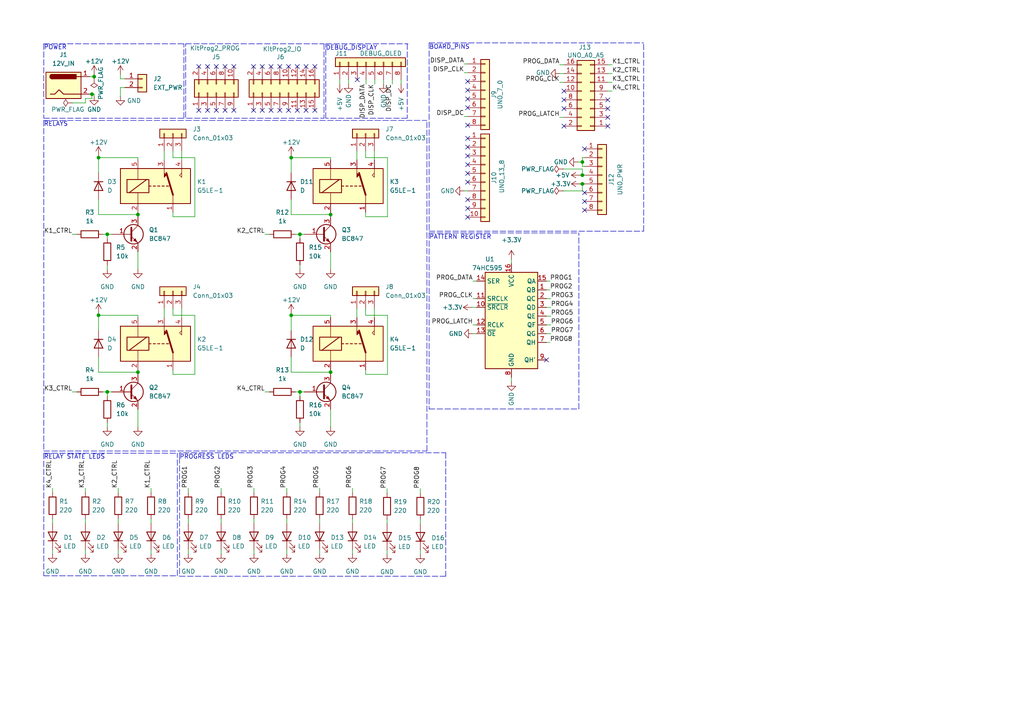
<source format=kicad_sch>
(kicad_sch (version 20211123) (generator eeschema)
  (paper "A4")
  (lib_symbols
    (symbol "74xx:74HC595"
      (property "Reference" "U" (at -7.62 13.97 0))
      (property "Value" "74HC595" (at -7.62 -16.51 0))
      (symbol "74HC595_1_0"
        (pin tri_state line (at 10.16 7.62 180) (length 2.54) (name "QB") (number "1"))
        (pin input line (at -10.16 2.54 0) (length 2.54) (name "~{SRCLR}") (number "10"))
        (pin input line (at -10.16 5.08 0) (length 2.54) (name "SRCLK") (number "11"))
        (pin input line (at -10.16 -2.54 0) (length 2.54) (name "RCLK") (number "12"))
        (pin input line (at -10.16 -5.08 0) (length 2.54) (name "~{OE}") (number "13"))
        (pin input line (at -10.16 10.16 0) (length 2.54) (name "SER") (number "14"))
        (pin tri_state line (at 10.16 10.16 180) (length 2.54) (name "QA") (number "15"))
        (pin power_in line (at 0 15.24 270) (length 2.54) (name "VCC") (number "16"))
        (pin tri_state line (at 10.16 5.08 180) (length 2.54) (name "QC") (number "2"))
        (pin tri_state line (at 10.16 2.54 180) (length 2.54) (name "QD") (number "3"))
        (pin tri_state line (at 10.16 0 180) (length 2.54) (name "QE") (number "4"))
        (pin tri_state line (at 10.16 -2.54 180) (length 2.54) (name "QF") (number "5"))
        (pin tri_state line (at 10.16 -5.08 180) (length 2.54) (name "QG") (number "6"))
        (pin tri_state line (at 10.16 -7.62 180) (length 2.54) (name "QH") (number "7"))
        (pin power_in line (at 0 -17.78 90) (length 2.54) (name "GND") (number "8"))
        (pin output line (at 10.16 -12.7 180) (length 2.54) (name "QH'") (number "9"))
      )
    )
    (symbol "Connector:Barrel_Jack" (pin_names (offset 1.016))
      (property "Reference" "J" (at 0 5.334 0))
      (property "Value" "Barrel_Jack" (at 0 -5.08 0))
      (symbol "Barrel_Jack_1_1"
        (pin passive line (at 7.62 2.54 180) (length 2.54) (name "~") (number "1"))
        (pin passive line (at 7.62 -2.54 180) (length 2.54) (name "~") (number "2"))
      )
    )
    (symbol "Connector_Generic:Conn_01x02" (pin_names (offset 1.016) hide)
      (property "Reference" "J" (at 0 2.54 0))
      (property "Value" "Conn_01x02" (at 0 -5.08 0))
      (symbol "Conn_01x02_1_1"
        (pin passive line (at -5.08 0 0) (length 3.81) (name "Pin_1") (number "1"))
        (pin passive line (at -5.08 -2.54 0) (length 3.81) (name "Pin_2") (number "2"))
      )
    )
    (symbol "Connector_Generic:Conn_01x03" (pin_names (offset 1.016) hide)
      (property "Reference" "J" (at 0 5.08 0))
      (property "Value" "Conn_01x03" (at 0 -5.08 0))
      (symbol "Conn_01x03_1_1"
        (pin passive line (at -5.08 2.54 0) (length 3.81) (name "Pin_1") (number "1"))
        (pin passive line (at -5.08 0 0) (length 3.81) (name "Pin_2") (number "2"))
        (pin passive line (at -5.08 -2.54 0) (length 3.81) (name "Pin_3") (number "3"))
      )
    )
    (symbol "Connector_Generic:Conn_01x08" (pin_names (offset 1.016) hide)
      (property "Reference" "J" (at 0 10.16 0))
      (property "Value" "Conn_01x08" (at 0 -12.7 0))
      (symbol "Conn_01x08_1_1"
        (pin passive line (at -5.08 7.62 0) (length 3.81) (name "Pin_1") (number "1"))
        (pin passive line (at -5.08 5.08 0) (length 3.81) (name "Pin_2") (number "2"))
        (pin passive line (at -5.08 2.54 0) (length 3.81) (name "Pin_3") (number "3"))
        (pin passive line (at -5.08 0 0) (length 3.81) (name "Pin_4") (number "4"))
        (pin passive line (at -5.08 -2.54 0) (length 3.81) (name "Pin_5") (number "5"))
        (pin passive line (at -5.08 -5.08 0) (length 3.81) (name "Pin_6") (number "6"))
        (pin passive line (at -5.08 -7.62 0) (length 3.81) (name "Pin_7") (number "7"))
        (pin passive line (at -5.08 -10.16 0) (length 3.81) (name "Pin_8") (number "8"))
      )
    )
    (symbol "Connector_Generic:Conn_01x10" (pin_names (offset 1.016) hide)
      (property "Reference" "J" (at 0 12.7 0))
      (property "Value" "Conn_01x10" (at 0 -15.24 0))
      (symbol "Conn_01x10_1_1"
        (pin passive line (at -5.08 10.16 0) (length 3.81) (name "Pin_1") (number "1"))
        (pin passive line (at -5.08 -12.7 0) (length 3.81) (name "Pin_10") (number "10"))
        (pin passive line (at -5.08 7.62 0) (length 3.81) (name "Pin_2") (number "2"))
        (pin passive line (at -5.08 5.08 0) (length 3.81) (name "Pin_3") (number "3"))
        (pin passive line (at -5.08 2.54 0) (length 3.81) (name "Pin_4") (number "4"))
        (pin passive line (at -5.08 0 0) (length 3.81) (name "Pin_5") (number "5"))
        (pin passive line (at -5.08 -2.54 0) (length 3.81) (name "Pin_6") (number "6"))
        (pin passive line (at -5.08 -5.08 0) (length 3.81) (name "Pin_7") (number "7"))
        (pin passive line (at -5.08 -7.62 0) (length 3.81) (name "Pin_8") (number "8"))
        (pin passive line (at -5.08 -10.16 0) (length 3.81) (name "Pin_9") (number "9"))
      )
    )
    (symbol "Connector_Generic:Conn_02x05_Odd_Even" (pin_names (offset 1.016) hide)
      (property "Reference" "J" (at 1.27 7.62 0))
      (property "Value" "Conn_02x05_Odd_Even" (at 1.27 -7.62 0))
      (symbol "Conn_02x05_Odd_Even_1_1"
        (pin passive line (at -5.08 5.08 0) (length 3.81) (name "Pin_1") (number "1"))
        (pin passive line (at 7.62 -5.08 180) (length 3.81) (name "Pin_10") (number "10"))
        (pin passive line (at 7.62 5.08 180) (length 3.81) (name "Pin_2") (number "2"))
        (pin passive line (at -5.08 2.54 0) (length 3.81) (name "Pin_3") (number "3"))
        (pin passive line (at 7.62 2.54 180) (length 3.81) (name "Pin_4") (number "4"))
        (pin passive line (at -5.08 0 0) (length 3.81) (name "Pin_5") (number "5"))
        (pin passive line (at 7.62 0 180) (length 3.81) (name "Pin_6") (number "6"))
        (pin passive line (at -5.08 -2.54 0) (length 3.81) (name "Pin_7") (number "7"))
        (pin passive line (at 7.62 -2.54 180) (length 3.81) (name "Pin_8") (number "8"))
        (pin passive line (at -5.08 -5.08 0) (length 3.81) (name "Pin_9") (number "9"))
      )
    )
    (symbol "Connector_Generic:Conn_02x08_Odd_Even" (pin_names (offset 1.016) hide)
      (property "Reference" "J" (at 1.27 10.16 0))
      (property "Value" "Conn_02x08_Odd_Even" (at 1.27 -12.7 0))
      (symbol "Conn_02x08_Odd_Even_1_1"
        (pin passive line (at -5.08 7.62 0) (length 3.81) (name "Pin_1") (number "1"))
        (pin passive line (at 7.62 -2.54 180) (length 3.81) (name "Pin_10") (number "10"))
        (pin passive line (at -5.08 -5.08 0) (length 3.81) (name "Pin_11") (number "11"))
        (pin passive line (at 7.62 -5.08 180) (length 3.81) (name "Pin_12") (number "12"))
        (pin passive line (at -5.08 -7.62 0) (length 3.81) (name "Pin_13") (number "13"))
        (pin passive line (at 7.62 -7.62 180) (length 3.81) (name "Pin_14") (number "14"))
        (pin passive line (at -5.08 -10.16 0) (length 3.81) (name "Pin_15") (number "15"))
        (pin passive line (at 7.62 -10.16 180) (length 3.81) (name "Pin_16") (number "16"))
        (pin passive line (at 7.62 7.62 180) (length 3.81) (name "Pin_2") (number "2"))
        (pin passive line (at -5.08 5.08 0) (length 3.81) (name "Pin_3") (number "3"))
        (pin passive line (at 7.62 5.08 180) (length 3.81) (name "Pin_4") (number "4"))
        (pin passive line (at -5.08 2.54 0) (length 3.81) (name "Pin_5") (number "5"))
        (pin passive line (at 7.62 2.54 180) (length 3.81) (name "Pin_6") (number "6"))
        (pin passive line (at -5.08 0 0) (length 3.81) (name "Pin_7") (number "7"))
        (pin passive line (at 7.62 0 180) (length 3.81) (name "Pin_8") (number "8"))
        (pin passive line (at -5.08 -2.54 0) (length 3.81) (name "Pin_9") (number "9"))
      )
    )
    (symbol "Device:D" (pin_numbers hide) (pin_names (offset 1.016) hide)
      (property "Reference" "D" (at 0 2.54 0))
      (property "Value" "D" (at 0 -2.54 0))
      (symbol "D_1_1"
        (pin passive line (at -3.81 0 0) (length 2.54) (name "K") (number "1"))
        (pin passive line (at 3.81 0 180) (length 2.54) (name "A") (number "2"))
      )
    )
    (symbol "Device:LED" (pin_numbers hide) (pin_names (offset 1.016) hide)
      (property "Reference" "D" (at 0 2.54 0))
      (property "Value" "LED" (at 0 -2.54 0))
      (symbol "LED_1_1"
        (pin passive line (at -3.81 0 0) (length 2.54) (name "K") (number "1"))
        (pin passive line (at 3.81 0 180) (length 2.54) (name "A") (number "2"))
      )
    )
    (symbol "Device:Q_NPN_BEC" (pin_names (offset 0) hide)
      (property "Reference" "Q" (at 5.08 1.27 0))
      (property "Value" "Q_NPN_BEC" (at 5.08 -1.27 0))
      (symbol "Q_NPN_BEC_1_1"
        (pin input line (at -5.08 0 0) (length 5.715) (name "B") (number "1"))
        (pin passive line (at 2.54 -5.08 90) (length 2.54) (name "E") (number "2"))
        (pin passive line (at 2.54 5.08 270) (length 2.54) (name "C") (number "3"))
      )
    )
    (symbol "Device:R" (pin_numbers hide) (pin_names (offset 0))
      (property "Reference" "R" (at 2.032 0 90))
      (property "Value" "R" (at 0 0 90))
      (symbol "R_1_1"
        (pin passive line (at 0 3.81 270) (length 1.27) (name "~") (number "1"))
        (pin passive line (at 0 -3.81 90) (length 1.27) (name "~") (number "2"))
      )
    )
    (symbol "G5LE-1_1"
      (property "Reference" "K1" (at 12.065 1.2701 0))
      (property "Value" "G5LE-1_1" (at 12.065 -1.2699 0))
      (symbol "G5LE-1_1_1_1"
        (pin passive line (at 5.08 -7.62 90) (length 2.54) (name "~") (number "1"))
        (pin passive line (at -5.08 -7.62 90) (length 2.54) (name "~") (number "2"))
        (pin passive line (at 2.54 7.62 270) (length 2.54) (name "~") (number "3"))
        (pin passive line (at 7.62 7.62 270) (length 2.54) (name "~") (number "4"))
        (pin passive line (at -5.08 7.62 270) (length 2.54) (name "~") (number "5"))
      )
    )
    (symbol "G5LE-1_2"
      (property "Reference" "K3" (at 12.065 1.2701 0))
      (property "Value" "G5LE-1_2" (at 12.065 -1.2699 0))
      (symbol "G5LE-1_2_1_1"
        (pin passive line (at 5.08 -7.62 90) (length 2.54) (name "~") (number "1"))
        (pin passive line (at -5.08 -7.62 90) (length 2.54) (name "~") (number "2"))
        (pin passive line (at 2.54 7.62 270) (length 2.54) (name "~") (number "3"))
        (pin passive line (at 7.62 7.62 270) (length 2.54) (name "~") (number "4"))
        (pin passive line (at -5.08 7.62 270) (length 2.54) (name "~") (number "5"))
      )
    )
    (symbol "G5LE-1_3"
      (property "Reference" "K2" (at 12.065 1.2701 0))
      (property "Value" "G5LE-1_3" (at 12.065 -1.2699 0))
      (symbol "G5LE-1_3_1_1"
        (pin passive line (at 5.08 -7.62 90) (length 2.54) (name "~") (number "1"))
        (pin passive line (at -5.08 -7.62 90) (length 2.54) (name "~") (number "2"))
        (pin passive line (at 2.54 7.62 270) (length 2.54) (name "~") (number "3"))
        (pin passive line (at 7.62 7.62 270) (length 2.54) (name "~") (number "4"))
        (pin passive line (at -5.08 7.62 270) (length 2.54) (name "~") (number "5"))
      )
    )
    (symbol "Relay:G5LE-1"
      (property "Reference" "K4" (at 12.065 1.2701 0))
      (property "Value" "G5LE-1" (at 12.065 -1.2699 0))
      (symbol "G5LE-1_1_1"
        (pin passive line (at 5.08 -7.62 90) (length 2.54) (name "~") (number "1"))
        (pin passive line (at -5.08 -7.62 90) (length 2.54) (name "~") (number "2"))
        (pin passive line (at 2.54 7.62 270) (length 2.54) (name "~") (number "3"))
        (pin passive line (at 7.62 7.62 270) (length 2.54) (name "~") (number "4"))
        (pin passive line (at -5.08 7.62 270) (length 2.54) (name "~") (number "5"))
      )
    )
    (symbol "power:+12V" (power) (pin_names (offset 0))
      (property "Value" "+12V" (at 0 3.556 0))
      (symbol "+12V_1_1"
        (pin power_in line (at 0 0 90) (length 0) hide (name "+12V") (number "1"))
      )
    )
    (symbol "power:+3.3V" (power) (pin_names (offset 0))
      (property "Value" "+3.3V" (at 0 3.556 0))
      (symbol "+3.3V_1_1"
        (pin power_in line (at 0 0 90) (length 0) hide (name "+3.3V") (number "1"))
      )
    )
    (symbol "power:+5V" (power) (pin_names (offset 0))
      (property "Value" "+5V" (at 0 3.556 0))
      (symbol "+5V_1_1"
        (pin power_in line (at 0 0 90) (length 0) hide (name "+5V") (number "1"))
      )
    )
    (symbol "power:GND" (power) (pin_names (offset 0))
      (property "Value" "GND" (at 0 -3.81 0))
      (symbol "GND_1_1"
        (pin power_in line (at 0 0 270) (length 0) hide (name "GND") (number "1"))
      )
    )
    (symbol "power:PWR_FLAG" (power) (pin_numbers hide) (pin_names (offset 0) hide)
      (property "Value" "PWR_FLAG" (at 0 3.81 0))
      (symbol "PWR_FLAG_0_0"
        (pin power_out line (at 0 0 90) (length 0) (name "pwr") (number "1"))
      )
    )
  )
  (junction (at 31.115 113.665))
  (junction (at 86.995 113.665))
  (junction (at 84.455 91.44))
  (junction (at 86.995 67.945))
  (junction (at 27.305 22.225))
  (junction (at 168.91 46.99))
  (junction (at 95.885 62.23))
  (junction (at 31.115 67.945))
  (junction (at 168.91 50.8))
  (junction (at 28.575 45.72))
  (junction (at 28.575 91.44))
  (junction (at 168.91 53.34))
  (junction (at 26.67 27.305))
  (junction (at 95.885 107.95))
  (junction (at 40.005 107.95))
  (junction (at 40.005 62.23))
  (junction (at 84.455 45.72))
  (no_connect (at 135.636 52.832))
  (no_connect (at 135.636 57.912))
  (no_connect (at 135.636 60.452))
  (no_connect (at 135.636 62.992))
  (no_connect (at 135.636 50.292))
  (no_connect (at 135.636 47.752))
  (no_connect (at 60.198 19.304))
  (no_connect (at 57.658 19.304))
  (no_connect (at 57.658 32.004))
  (no_connect (at 60.198 32.004))
  (no_connect (at 62.738 32.004))
  (no_connect (at 65.278 32.004))
  (no_connect (at 67.818 32.004))
  (no_connect (at 67.818 19.304))
  (no_connect (at 65.278 19.304))
  (no_connect (at 62.738 19.304))
  (no_connect (at 76.073 32.004))
  (no_connect (at 73.533 32.004))
  (no_connect (at 76.073 19.304))
  (no_connect (at 73.533 19.304))
  (no_connect (at 83.693 32.004))
  (no_connect (at 88.773 32.004))
  (no_connect (at 86.233 32.004))
  (no_connect (at 91.313 32.004))
  (no_connect (at 86.233 19.304))
  (no_connect (at 81.153 19.304))
  (no_connect (at 91.313 19.304))
  (no_connect (at 83.693 19.304))
  (no_connect (at 88.773 19.304))
  (no_connect (at 78.613 19.304))
  (no_connect (at 78.613 32.004))
  (no_connect (at 81.153 32.004))
  (no_connect (at 135.636 23.622))
  (no_connect (at 169.545 43.18))
  (no_connect (at 169.545 60.96))
  (no_connect (at 169.545 55.88))
  (no_connect (at 169.545 58.42))
  (no_connect (at 135.636 40.132))
  (no_connect (at 163.576 36.576))
  (no_connect (at 163.576 28.956))
  (no_connect (at 163.576 26.416))
  (no_connect (at 176.276 36.576))
  (no_connect (at 176.276 28.956))
  (no_connect (at 176.276 34.036))
  (no_connect (at 176.276 31.496))
  (no_connect (at 103.632 23.114))
  (no_connect (at 135.636 36.322))
  (no_connect (at 135.636 31.242))
  (no_connect (at 135.636 26.162))
  (no_connect (at 135.636 28.702))
  (no_connect (at 163.576 31.496))
  (no_connect (at 135.636 42.672))
  (no_connect (at 135.636 45.212))
  (no_connect (at 158.496 104.394))
  (wire (pts (xy 26.67 28.575) (xy 24.765 28.575)))
  (wire (pts (xy 73.66 150.495) (xy 73.66 151.765)))
  (wire (pts (xy 162.306 34.036) (xy 163.576 34.036)))
  (wire (pts (xy 84.455 45.72) (xy 84.455 50.165)))
  (wire (pts (xy 137.16 86.614) (xy 138.176 86.614)))
  (wire (pts (xy 43.815 159.385) (xy 43.815 160.655)))
  (wire (pts (xy 103.505 89.535) (xy 103.505 92.075)))
  (wire (pts (xy 26.67 27.305) (xy 26.67 28.575)))
  (polyline (pts (xy 12.7 34.29) (xy 53.34 34.29)))
  (wire (pts (xy 163.322 49.022) (xy 168.91 49.022)))
  (wire (pts (xy 27.305 22.225) (xy 27.305 21.59)))
  (wire (pts (xy 112.268 150.622) (xy 112.268 151.892)))
  (wire (pts (xy 64.135 159.385) (xy 64.135 160.655)))
  (wire (pts (xy 76.835 113.665) (xy 78.105 113.665)))
  (wire (pts (xy 28.575 45.085) (xy 28.575 45.72)))
  (wire (pts (xy 95.885 62.23) (xy 84.455 62.23)))
  (wire (pts (xy 95.885 107.95) (xy 95.885 108.585)))
  (wire (pts (xy 121.92 141.732) (xy 121.92 143.002)))
  (wire (pts (xy 162.306 18.796) (xy 163.576 18.796)))
  (wire (pts (xy 121.92 159.512) (xy 121.92 160.782)))
  (wire (pts (xy 168.91 50.8) (xy 169.545 50.8)))
  (wire (pts (xy 163.322 55.372) (xy 168.91 55.372)))
  (wire (pts (xy 50.165 108.585) (xy 56.515 108.585)))
  (wire (pts (xy 106.172 23.114) (xy 106.172 24.384)))
  (wire (pts (xy 112.268 159.512) (xy 112.268 160.782)))
  (wire (pts (xy 40.005 73.025) (xy 40.005 78.105)))
  (wire (pts (xy 34.29 159.385) (xy 34.29 160.655)))
  (polyline (pts (xy 52.07 132.715) (xy 52.07 131.445)))
  (wire (pts (xy 106.045 62.865) (xy 112.395 62.865)))
  (wire (pts (xy 86.995 122.555) (xy 86.995 123.825)))
  (wire (pts (xy 106.045 107.315) (xy 106.045 108.585)))
  (wire (pts (xy 134.62 21.082) (xy 135.636 21.082)))
  (wire (pts (xy 73.66 159.385) (xy 73.66 160.655)))
  (polyline (pts (xy 167.894 118.618) (xy 167.894 67.564)))
  (wire (pts (xy 50.165 91.44) (xy 50.165 89.535)))
  (polyline (pts (xy 118.11 12.7) (xy 118.11 34.29)))
  (wire (pts (xy 54.61 150.495) (xy 54.61 151.765)))
  (polyline (pts (xy 124.46 67.564) (xy 124.46 118.618)))
  (polyline (pts (xy 118.11 34.29) (xy 94.488 34.29)))
  (wire (pts (xy 54.61 159.385) (xy 54.61 160.655)))
  (wire (pts (xy 148.336 109.474) (xy 148.336 110.744)))
  (wire (pts (xy 84.455 91.44) (xy 84.455 95.885)))
  (wire (pts (xy 168.91 45.72) (xy 169.545 45.72)))
  (wire (pts (xy 28.575 45.72) (xy 28.575 50.165)))
  (wire (pts (xy 95.885 92.075) (xy 95.885 91.44)))
  (wire (pts (xy 50.165 62.865) (xy 56.515 62.865)))
  (wire (pts (xy 86.995 67.945) (xy 86.995 69.215)))
  (polyline (pts (xy 129.286 167.132) (xy 109.22 167.132)))
  (polyline (pts (xy 53.34 34.29) (xy 53.34 12.7)))
  (wire (pts (xy 40.005 118.745) (xy 40.005 123.825)))
  (wire (pts (xy 168.91 46.99) (xy 168.91 45.72)))
  (wire (pts (xy 29.845 113.665) (xy 31.115 113.665)))
  (wire (pts (xy 28.575 91.44) (xy 28.575 95.885)))
  (wire (pts (xy 24.765 29.845) (xy 20.955 29.845)))
  (wire (pts (xy 40.005 62.23) (xy 40.005 62.865)))
  (wire (pts (xy 28.575 90.805) (xy 28.575 91.44)))
  (wire (pts (xy 40.005 61.595) (xy 40.005 62.23)))
  (wire (pts (xy 92.71 159.385) (xy 92.71 160.655)))
  (polyline (pts (xy 12.7 131.445) (xy 51.435 131.445)))
  (wire (pts (xy 15.24 150.495) (xy 15.24 151.765)))
  (wire (pts (xy 134.62 33.782) (xy 135.636 33.782)))
  (wire (pts (xy 86.995 67.945) (xy 88.265 67.945)))
  (polyline (pts (xy 124.46 12.446) (xy 124.46 67.056)))
  (wire (pts (xy 134.62 18.542) (xy 135.636 18.542)))
  (wire (pts (xy 95.885 107.95) (xy 84.455 107.95)))
  (wire (pts (xy 47.625 89.535) (xy 47.625 92.075)))
  (wire (pts (xy 176.276 18.796) (xy 177.546 18.796)))
  (wire (pts (xy 106.045 108.585) (xy 112.395 108.585)))
  (wire (pts (xy 168.91 46.99) (xy 168.91 48.26)))
  (wire (pts (xy 40.005 62.23) (xy 28.575 62.23)))
  (wire (pts (xy 24.765 159.385) (xy 24.765 160.655)))
  (wire (pts (xy 40.005 107.95) (xy 40.005 108.585)))
  (wire (pts (xy 54.61 141.605) (xy 54.61 142.875)))
  (wire (pts (xy 162.306 21.336) (xy 163.576 21.336)))
  (wire (pts (xy 101.092 23.114) (xy 101.092 24.384)))
  (wire (pts (xy 148.336 75.184) (xy 148.336 76.454)))
  (wire (pts (xy 29.845 67.945) (xy 31.115 67.945)))
  (wire (pts (xy 26.035 27.305) (xy 26.67 27.305)))
  (wire (pts (xy 28.575 107.95) (xy 28.575 103.505)))
  (polyline (pts (xy 12.7 12.7) (xy 53.34 12.7)))
  (wire (pts (xy 84.455 62.23) (xy 84.455 57.785)))
  (wire (pts (xy 83.185 159.385) (xy 83.185 160.655)))
  (wire (pts (xy 52.705 89.535) (xy 52.705 92.075)))
  (wire (pts (xy 112.395 91.44) (xy 106.045 91.44)))
  (wire (pts (xy 84.455 45.085) (xy 84.455 45.72)))
  (wire (pts (xy 111.252 23.114) (xy 111.252 24.384)))
  (wire (pts (xy 112.395 45.72) (xy 106.045 45.72)))
  (wire (pts (xy 158.496 81.534) (xy 159.512 81.534)))
  (wire (pts (xy 31.115 113.665) (xy 31.115 114.935)))
  (wire (pts (xy 176.276 26.416) (xy 177.546 26.416)))
  (wire (pts (xy 95.885 118.745) (xy 95.885 123.825)))
  (wire (pts (xy 34.925 25.4) (xy 34.925 27.94)))
  (wire (pts (xy 158.496 84.074) (xy 159.512 84.074)))
  (wire (pts (xy 15.24 159.385) (xy 15.24 160.655)))
  (wire (pts (xy 24.765 150.495) (xy 24.765 151.765)))
  (wire (pts (xy 95.885 73.025) (xy 95.885 78.105)))
  (wire (pts (xy 36.195 22.86) (xy 34.925 22.86)))
  (wire (pts (xy 64.135 141.605) (xy 64.135 142.875)))
  (wire (pts (xy 158.496 91.694) (xy 159.766 91.694)))
  (polyline (pts (xy 93.98 12.7) (xy 93.98 34.29)))
  (polyline (pts (xy 12.7 34.925) (xy 12.7 130.81)))
  (wire (pts (xy 158.496 89.154) (xy 159.766 89.154)))
  (wire (pts (xy 50.165 45.72) (xy 50.165 43.815)))
  (wire (pts (xy 103.505 43.815) (xy 103.505 46.355)))
  (wire (pts (xy 36.195 25.4) (xy 34.925 25.4)))
  (wire (pts (xy 95.885 91.44) (xy 84.455 91.44)))
  (wire (pts (xy 137.16 81.534) (xy 138.176 81.534)))
  (wire (pts (xy 102.235 159.385) (xy 102.235 160.655)))
  (wire (pts (xy 113.792 23.114) (xy 113.792 24.384)))
  (wire (pts (xy 83.185 141.605) (xy 83.185 142.875)))
  (wire (pts (xy 176.276 21.336) (xy 177.546 21.336)))
  (wire (pts (xy 106.045 61.595) (xy 106.045 62.865)))
  (wire (pts (xy 40.005 92.075) (xy 40.005 91.44)))
  (polyline (pts (xy 129.286 131.318) (xy 129.286 167.132)))
  (wire (pts (xy 40.005 107.95) (xy 28.575 107.95)))
  (wire (pts (xy 112.268 141.732) (xy 112.268 143.002)))
  (polyline (pts (xy 12.7 12.7) (xy 12.7 34.29)))
  (wire (pts (xy 116.332 23.114) (xy 116.332 24.384)))
  (wire (pts (xy 31.115 67.945) (xy 32.385 67.945)))
  (polyline (pts (xy 12.7 167.005) (xy 51.435 167.005)))
  (wire (pts (xy 34.29 141.605) (xy 34.29 142.875)))
  (polyline (pts (xy 94.488 34.29) (xy 94.488 12.7)))
  (wire (pts (xy 112.395 62.865) (xy 112.395 45.72)))
  (wire (pts (xy 43.815 141.605) (xy 43.815 142.875)))
  (wire (pts (xy 158.496 99.314) (xy 159.512 99.314)))
  (wire (pts (xy 168.275 50.8) (xy 168.91 50.8)))
  (wire (pts (xy 158.496 94.234) (xy 159.766 94.234)))
  (wire (pts (xy 86.995 76.835) (xy 86.995 78.105)))
  (wire (pts (xy 92.71 141.605) (xy 92.71 142.875)))
  (wire (pts (xy 86.995 113.665) (xy 86.995 114.935)))
  (wire (pts (xy 134.62 55.372) (xy 135.636 55.372)))
  (wire (pts (xy 102.235 141.605) (xy 102.235 142.875)))
  (wire (pts (xy 95.885 46.355) (xy 95.885 45.72)))
  (wire (pts (xy 40.005 46.355) (xy 40.005 45.72)))
  (wire (pts (xy 20.955 113.665) (xy 22.225 113.665)))
  (polyline (pts (xy 109.728 131.318) (xy 52.07 131.318)))
  (wire (pts (xy 158.496 96.774) (xy 159.766 96.774)))
  (wire (pts (xy 136.906 89.154) (xy 138.176 89.154)))
  (polyline (pts (xy 12.7 34.925) (xy 123.825 34.925)))
  (wire (pts (xy 108.585 89.535) (xy 108.585 92.075)))
  (polyline (pts (xy 123.825 130.81) (xy 123.825 34.925)))
  (wire (pts (xy 50.165 107.315) (xy 50.165 108.585)))
  (wire (pts (xy 31.115 113.665) (xy 32.385 113.665)))
  (polyline (pts (xy 12.7 131.445) (xy 12.7 167.005)))
  (wire (pts (xy 92.71 150.495) (xy 92.71 151.765)))
  (wire (pts (xy 31.115 67.945) (xy 31.115 69.215)))
  (polyline (pts (xy 52.07 167.132) (xy 109.728 167.132)))
  (wire (pts (xy 167.64 46.99) (xy 168.91 46.99)))
  (wire (pts (xy 158.496 86.614) (xy 159.766 86.614)))
  (wire (pts (xy 95.885 45.72) (xy 84.455 45.72)))
  (wire (pts (xy 85.725 113.665) (xy 86.995 113.665)))
  (wire (pts (xy 31.115 122.555) (xy 31.115 123.825)))
  (wire (pts (xy 121.92 150.622) (xy 121.92 151.892)))
  (wire (pts (xy 24.765 28.575) (xy 24.765 29.845)))
  (wire (pts (xy 52.705 43.815) (xy 52.705 46.355)))
  (wire (pts (xy 50.165 61.595) (xy 50.165 62.865)))
  (wire (pts (xy 108.585 43.815) (xy 108.585 46.355)))
  (polyline (pts (xy 124.46 12.446) (xy 186.69 12.446)))
  (wire (pts (xy 73.66 141.605) (xy 73.66 142.875)))
  (polyline (pts (xy 94.488 12.7) (xy 118.364 12.7)))
  (wire (pts (xy 40.005 91.44) (xy 28.575 91.44)))
  (polyline (pts (xy 124.46 67.564) (xy 167.894 67.564)))
  (wire (pts (xy 168.91 49.022) (xy 168.91 50.8)))
  (wire (pts (xy 34.925 22.86) (xy 34.925 21.59)))
  (polyline (pts (xy 109.728 131.318) (xy 129.286 131.318)))
  (wire (pts (xy 176.276 23.876) (xy 177.546 23.876)))
  (wire (pts (xy 40.005 45.72) (xy 28.575 45.72)))
  (wire (pts (xy 27.305 27.305) (xy 27.305 27.94)))
  (wire (pts (xy 76.835 67.945) (xy 78.105 67.945)))
  (wire (pts (xy 137.16 96.774) (xy 138.176 96.774)))
  (wire (pts (xy 95.885 62.23) (xy 95.885 62.865)))
  (polyline (pts (xy 54.102 34.29) (xy 93.98 34.29)))
  (wire (pts (xy 162.306 23.876) (xy 163.576 23.876)))
  (wire (pts (xy 47.625 43.815) (xy 47.625 46.355)))
  (wire (pts (xy 168.91 48.26) (xy 169.545 48.26)))
  (polyline (pts (xy 124.46 67.056) (xy 186.69 67.056)))
  (wire (pts (xy 28.575 62.23) (xy 28.575 57.785)))
  (wire (pts (xy 86.995 113.665) (xy 88.265 113.665)))
  (polyline (pts (xy 52.07 132.715) (xy 52.07 167.005)))
  (wire (pts (xy 34.29 150.495) (xy 34.29 151.765)))
  (polyline (pts (xy 53.848 12.7) (xy 93.98 12.7)))
  (wire (pts (xy 26.035 22.225) (xy 27.305 22.225)))
  (wire (pts (xy 43.815 150.495) (xy 43.815 151.765)))
  (wire (pts (xy 56.515 62.865) (xy 56.515 45.72)))
  (wire (pts (xy 56.515 91.44) (xy 50.165 91.44)))
  (wire (pts (xy 15.24 141.605) (xy 15.24 142.875)))
  (wire (pts (xy 95.885 107.315) (xy 95.885 107.95)))
  (wire (pts (xy 84.455 90.805) (xy 84.455 91.44)))
  (wire (pts (xy 168.275 53.34) (xy 168.91 53.34)))
  (wire (pts (xy 112.395 108.585) (xy 112.395 91.44)))
  (polyline (pts (xy 186.69 67.056) (xy 186.69 12.446)))
  (wire (pts (xy 24.765 141.605) (xy 24.765 142.875)))
  (wire (pts (xy 83.185 150.495) (xy 83.185 151.765)))
  (wire (pts (xy 168.91 55.372) (xy 168.91 53.34)))
  (wire (pts (xy 20.955 67.945) (xy 22.225 67.945)))
  (wire (pts (xy 85.725 67.945) (xy 86.995 67.945)))
  (wire (pts (xy 26.67 27.305) (xy 27.305 27.305)))
  (wire (pts (xy 106.045 45.72) (xy 106.045 43.815)))
  (wire (pts (xy 168.91 53.34) (xy 169.545 53.34)))
  (polyline (pts (xy 53.848 34.036) (xy 53.848 12.7)))
  (wire (pts (xy 106.045 91.44) (xy 106.045 89.535)))
  (wire (pts (xy 27.305 22.225) (xy 27.305 22.86)))
  (wire (pts (xy 56.515 108.585) (xy 56.515 91.44)))
  (wire (pts (xy 84.455 107.95) (xy 84.455 103.505)))
  (wire (pts (xy 98.552 23.114) (xy 98.552 24.384)))
  (wire (pts (xy 137.16 94.234) (xy 138.176 94.234)))
  (wire (pts (xy 56.515 45.72) (xy 50.165 45.72)))
  (polyline (pts (xy 12.7 130.81) (xy 123.825 130.81)))
  (wire (pts (xy 31.115 76.835) (xy 31.115 78.105)))
  (polyline (pts (xy 51.435 167.005) (xy 51.435 131.445)))
  (wire (pts (xy 95.885 61.595) (xy 95.885 62.23)))
  (polyline (pts (xy 124.46 118.618) (xy 167.894 118.618)))
  (wire (pts (xy 64.135 150.495) (xy 64.135 151.765)))
  (wire (pts (xy 40.005 107.315) (xy 40.005 107.95)))
  (wire (pts (xy 102.235 150.495) (xy 102.235 151.765)))
  (wire (pts (xy 108.712 23.114) (xy 108.712 24.384)))
  (text "BOARD_PINS" (at 124.46 14.478 0) (effects (font (size 1.27 1.27)) (justify left bottom)))
  (text "PATTERN REGISTER" (at 124.46 69.596 0) (effects (font (size 1.27 1.27)) (justify left bottom)))
  (text "POWER" (at 12.7 14.605 0) (effects (font (size 1.27 1.27)) (justify left bottom)))
  (text "RELAYS" (at 12.7 36.83 0) (effects (font (size 1.27 1.27)) (justify left bottom)))
  (text "PROGRESS LEDS" (at 52.07 133.35 0) (effects (font (size 1.27 1.27)) (justify left bottom)))
  (text "RELAY STATE LEDS" (at 12.7 133.35 0) (effects (font (size 1.27 1.27)) (justify left bottom)))
  (text "DEBUG_DISPLAY" (at 109.474 14.732 180) (effects (font (size 1.27 1.27)) (justify right bottom)))
  (label "PROG8" (at 121.92 141.732 90))
  (label "DISP_DC" (at 113.792 24.384 270))
  (label "K1_CTRL" (at 43.815 141.605 90))
  (label "DISP_DC" (at 134.62 33.782 180))
  (label "K4_CTRL" (at 15.24 141.605 90))
  (label "K1_CTRL" (at 177.546 18.796 0))
  (label "PROG_DATA" (at 162.306 18.796 180))
  (label "PROG5" (at 92.71 141.605 90))
  (label "PROG4" (at 159.766 89.154 0))
  (label "K3_CTRL" (at 20.955 113.665 180))
  (label "K1_CTRL" (at 20.955 67.945 180))
  (label "PROG_CLK" (at 137.16 86.614 180))
  (label "PROG3" (at 73.66 141.605 90))
  (label "PROG7" (at 112.268 141.732 90))
  (label "K3_CTRL" (at 177.546 23.876 0))
  (label "PROG2" (at 159.512 84.074 0))
  (label "PROG5" (at 159.766 91.694 0))
  (label "DISP_DATA" (at 106.172 24.384 270))
  (label "PROG7" (at 159.766 96.774 0))
  (label "PROG_CLK" (at 162.306 23.876 180))
  (label "PROG8" (at 159.512 99.314 0))
  (label "PROG_LATCH" (at 162.306 34.036 180))
  (label "DISP_CLK" (at 108.712 24.384 270))
  (label "PROG4" (at 83.185 141.605 90))
  (label "PROG6" (at 102.235 141.605 90))
  (label "PROG1" (at 159.512 81.534 0))
  (label "K2_CTRL" (at 177.546 21.336 0))
  (label "K2_CTRL" (at 34.29 141.605 90))
  (label "PROG2" (at 64.135 141.605 90))
  (label "K4_CTRL" (at 76.835 113.665 180))
  (label "K4_CTRL" (at 177.546 26.416 0))
  (label "DISP_CLK" (at 134.62 21.082 180))
  (label "PROG_LATCH" (at 137.16 94.234 180))
  (label "PROG_DATA" (at 137.16 81.534 180))
  (label "K2_CTRL" (at 76.835 67.945 180))
  (label "K3_CTRL" (at 24.765 141.605 90))
  (label "PROG3" (at 159.766 86.614 0))
  (label "PROG1" (at 54.61 141.605 90))
  (label "PROG6" (at 159.766 94.234 0))
  (label "DISP_DATA" (at 134.62 18.542 180))
  (symbol (lib_id "power:+3.3V") (at 148.336 75.184 0) (unit 1)
    (property "Reference" "#PWR039" (effects hide))
    (property "Value" "+3.3V" (at 148.336 69.596 0))
  )
  (symbol (lib_id "power:+12V") (at 34.925 21.59 0) (unit 1)
    (property "Reference" "#PWR010" (effects hide))
    (property "Value" "+12V" (at 34.925 17.78 0))
  )
  (symbol (lib_id "power:GND") (at 137.16 96.774 270) (unit 1)
    (property "Reference" "#PWR038" (effects hide))
    (property "Value" "GND" (at 134.239 96.774 90) (effects (justify right)))
  )
  (symbol (lib_id "Device:R") (at 112.268 146.812 0) (unit 1)
    (property "Reference" "R19" (at 114.173 145.5419 0) (effects (justify left)))
    (property "Value" "220" (at 114.173 148.0819 0) (effects (justify left)))
    (property "Footprint" "Resistor_SMD:R_1206_3216Metric_Pad1.30x1.75mm_HandSolder" (effects hide))
  )
  (symbol (lib_id "power:GND") (at 83.185 160.655 0) (unit 1)
    (property "Reference" "#PWR018" (effects hide))
    (property "Value" "GND" (at 83.185 165.735 0))
  )
  (symbol (lib_id "Connector_Generic:Conn_01x08") (at 140.716 26.162 0) (unit 1)
    (property "Reference" "J9" (at 143.256 27.432 90))
    (property "Value" "UNO_7_0" (at 145.034 27.432 90))
    (property "Footprint" "Connector_PinHeader_2.54mm:PinHeader_1x08_P2.54mm_Vertical" (effects hide))
  )
  (symbol (lib_name "G5LE-1_2") (lib_id "Relay:G5LE-1") (at 100.965 53.975 0) (unit 1)
    (property "Reference" "K3" (at 113.03 52.7049 0) (effects (justify left)))
    (property "Value" "G5LE-1" (at 113.03 55.2449 0) (effects (justify left)))
    (property "Footprint" "Relay_THT:Relay_SPDT_Omron-G5LE-1" (effects hide))
    (property "Datasheet" "http://www.omron.com/ecb/products/pdf/en-g5le.pdf" (effects hide))
  )
  (symbol (lib_id "power:GND") (at 162.306 21.336 270) (unit 1)
    (property "Reference" "#PWR034" (effects hide))
    (property "Value" "GND" (at 155.448 21.082 90) (effects (justify left)))
  )
  (symbol (lib_id "Connector:Barrel_Jack") (at 18.415 24.765 0) (unit 1)
    (property "Reference" "J1" (at 18.415 15.875 0))
    (property "Value" "12V_IN" (at 18.415 18.415 0))
    (property "Footprint" "Connector_BarrelJack:BarrelJack_Horizontal" (effects hide))
  )
  (symbol (lib_id "power:GND") (at 31.115 78.105 0) (unit 1)
    (property "Reference" "#PWR07" (effects hide))
    (property "Value" "GND" (at 31.115 83.185 0))
  )
  (symbol (lib_id "Device:R") (at 26.035 113.665 270) (unit 1)
    (property "Reference" "R4" (at 26.035 107.315 90))
    (property "Value" "1k" (at 26.035 109.855 90))
    (property "Footprint" "Resistor_SMD:R_1206_3216Metric_Pad1.30x1.75mm_HandSolder" (effects hide))
  )
  (symbol (lib_id "power:GND") (at 43.815 160.655 0) (unit 1)
    (property "Reference" "#PWR014" (effects hide))
    (property "Value" "GND" (at 43.815 165.735 0))
  )
  (symbol (lib_id "power:GND") (at 112.268 160.782 0) (unit 1)
    (property "Reference" "#PWR027" (effects hide))
    (property "Value" "GND" (at 112.268 165.862 0))
  )
  (symbol (lib_id "Device:R") (at 121.92 146.812 0) (unit 1)
    (property "Reference" "R20" (at 123.825 145.5419 0) (effects (justify left)))
    (property "Value" "220" (at 123.825 148.0819 0) (effects (justify left)))
    (property "Footprint" "Resistor_SMD:R_1206_3216Metric_Pad1.30x1.75mm_HandSolder" (effects hide))
  )
  (symbol (lib_id "power:GND") (at 40.005 123.825 0) (unit 1)
    (property "Reference" "#PWR013" (effects hide))
    (property "Value" "GND" (at 40.005 128.905 0))
  )
  (symbol (lib_id "Device:LED") (at 102.235 155.575 90) (unit 1)
    (property "Reference" "D14" (at 105.41 155.8924 90) (effects (justify right)))
    (property "Value" "LED" (at 105.41 158.4324 90) (effects (justify right)))
    (property "Footprint" "LED_SMD:LED_1206_3216Metric_Pad1.42x1.75mm_HandSolder" (effects hide))
  )
  (symbol (lib_id "power:GND") (at 101.092 24.384 0) (unit 1)
    (property "Reference" "#PWR031" (effects hide))
    (property "Value" "GND" (at 101.092 31.369 90) (effects (justify left)))
  )
  (symbol (lib_id "Connector_Generic:Conn_02x05_Odd_Even") (at 62.738 26.924 90) (unit 1)
    (property "Reference" "J5" (at 63.881 16.51 90) (effects (justify left)))
    (property "Value" "KitProg2_PROG" (at 69.596 13.9701 90) (effects (justify left)))
    (property "Footprint" "Connector_PinHeader_2.54mm:PinHeader_2x05_P2.54mm_Vertical" (effects hide))
  )
  (symbol (lib_id "power:PWR_FLAG") (at 163.322 49.022 90) (unit 1)
    (property "Reference" "#FLG03" (effects hide))
    (property "Value" "PWR_FLAG" (at 155.956 49.022 90))
  )
  (symbol (lib_id "power:GND") (at 148.336 110.744 0) (unit 1)
    (property "Reference" "#PWR040" (effects hide))
    (property "Value" "GND" (at 148.336 113.665 90) (effects (justify right)))
  )
  (symbol (lib_id "Device:R") (at 83.185 146.685 0) (unit 1)
    (property "Reference" "R14" (at 85.09 145.4149 0) (effects (justify left)))
    (property "Value" "220" (at 85.09 147.9549 0) (effects (justify left)))
    (property "Footprint" "Resistor_SMD:R_1206_3216Metric_Pad1.30x1.75mm_HandSolder" (effects hide))
  )
  (symbol (lib_id "power:PWR_FLAG") (at 163.322 55.372 90) (unit 1)
    (property "Reference" "#FLG0101" (effects hide))
    (property "Value" "PWR_FLAG" (at 155.956 55.372 90))
  )
  (symbol (lib_id "Device:R") (at 102.235 146.685 0) (unit 1)
    (property "Reference" "R18" (at 104.14 145.4149 0) (effects (justify left)))
    (property "Value" "220" (at 104.14 147.9549 0) (effects (justify left)))
    (property "Footprint" "Resistor_SMD:R_1206_3216Metric_Pad1.30x1.75mm_HandSolder" (effects hide))
  )
  (symbol (lib_id "power:GND") (at 95.885 78.105 0) (unit 1)
    (property "Reference" "#PWR024" (effects hide))
    (property "Value" "GND" (at 95.885 83.185 0))
  )
  (symbol (lib_id "Device:LED") (at 92.71 155.575 90) (unit 1)
    (property "Reference" "D13" (at 95.885 155.8924 90) (effects (justify right)))
    (property "Value" "LED" (at 95.885 158.4324 90) (effects (justify right)))
    (property "Footprint" "LED_SMD:LED_1206_3216Metric_Pad1.42x1.75mm_HandSolder" (effects hide))
  )
  (symbol (lib_id "Device:R") (at 92.71 146.685 0) (unit 1)
    (property "Reference" "R17" (at 94.615 145.4149 0) (effects (justify left)))
    (property "Value" "220" (at 94.615 147.9549 0) (effects (justify left)))
    (property "Footprint" "Resistor_SMD:R_1206_3216Metric_Pad1.30x1.75mm_HandSolder" (effects hide))
  )
  (symbol (lib_id "Connector_Generic:Conn_02x08_Odd_Even") (at 81.153 26.924 90) (unit 1)
    (property "Reference" "J6" (at 80.137 16.51 90) (effects (justify right)))
    (property "Value" "KitProg2_IO" (at 76.2 14.224 90) (effects (justify right)))
    (property "Footprint" "Connector_PinHeader_2.54mm:PinHeader_2x08_P2.54mm_Vertical" (effects hide))
  )
  (symbol (lib_id "Device:LED") (at 83.185 155.575 90) (unit 1)
    (property "Reference" "D10" (at 86.36 155.8924 90) (effects (justify right)))
    (property "Value" "LED" (at 86.36 158.4324 90) (effects (justify right)))
    (property "Footprint" "LED_SMD:LED_1206_3216Metric_Pad1.42x1.75mm_HandSolder" (effects hide))
  )
  (symbol (lib_id "Device:D") (at 84.455 53.975 270) (unit 1)
    (property "Reference" "D11" (at 86.995 52.7049 90) (effects (justify left)))
    (property "Value" "D" (at 86.995 55.2449 90) (effects (justify left)))
    (property "Footprint" "Diode_SMD:D_SMC_Handsoldering" (effects hide))
  )
  (symbol (lib_id "Device:LED") (at 43.815 155.575 90) (unit 1)
    (property "Reference" "D6" (at 46.99 155.8924 90) (effects (justify right)))
    (property "Value" "LED" (at 46.99 158.4324 90) (effects (justify right)))
    (property "Footprint" "LED_SMD:LED_1206_3216Metric_Pad1.42x1.75mm_HandSolder" (effects hide))
  )
  (symbol (lib_id "Device:R") (at 81.915 113.665 270) (unit 1)
    (property "Reference" "R13" (at 81.915 107.315 90))
    (property "Value" "1k" (at 81.915 109.855 90))
    (property "Footprint" "Resistor_SMD:R_1206_3216Metric_Pad1.30x1.75mm_HandSolder" (effects hide))
  )
  (symbol (lib_id "Device:R") (at 43.815 146.685 0) (unit 1)
    (property "Reference" "R8" (at 45.72 145.4149 0) (effects (justify left)))
    (property "Value" "220" (at 45.72 147.9549 0) (effects (justify left)))
    (property "Footprint" "Resistor_SMD:R_1206_3216Metric_Pad1.30x1.75mm_HandSolder" (effects hide))
  )
  (symbol (lib_id "Device:LED") (at 64.135 155.575 90) (unit 1)
    (property "Reference" "D8" (at 67.31 155.8924 90) (effects (justify right)))
    (property "Value" "LED" (at 67.31 158.4324 90) (effects (justify right)))
    (property "Footprint" "LED_SMD:LED_1206_3216Metric_Pad1.42x1.75mm_HandSolder" (effects hide))
  )
  (symbol (lib_id "power:+12V") (at 28.575 45.085 0) (unit 1)
    (property "Reference" "#PWR05" (effects hide))
    (property "Value" "+12V" (at 28.575 41.275 0))
  )
  (symbol (lib_id "Connector_Generic:Conn_01x02") (at 41.275 22.86 0) (unit 1)
    (property "Reference" "J2" (at 44.45 22.8599 0) (effects (justify left)))
    (property "Value" "EXT_PWR" (at 44.45 25.3999 0) (effects (justify left)))
    (property "Footprint" "Connector_PinHeader_2.54mm:PinHeader_1x02_P2.54mm_Vertical" (effects hide))
  )
  (symbol (lib_id "power:+5V") (at 116.332 24.384 180) (unit 1)
    (property "Reference" "#PWR033" (effects hide))
    (property "Value" "+5V" (at 116.3319 28.194 90) (effects (justify left)))
  )
  (symbol (lib_id "power:GND") (at 40.005 78.105 0) (unit 1)
    (property "Reference" "#PWR012" (effects hide))
    (property "Value" "GND" (at 40.005 83.185 0))
  )
  (symbol (lib_id "power:PWR_FLAG") (at 20.955 29.845 90) (unit 1)
    (property "Reference" "#FLG01" (effects hide))
    (property "Value" "PWR_FLAG" (at 19.685 31.75 90))
  )
  (symbol (lib_id "Device:LED") (at 54.61 155.575 90) (unit 1)
    (property "Reference" "D7" (at 57.785 155.8924 90) (effects (justify right)))
    (property "Value" "LED" (at 57.785 158.4324 90) (effects (justify right)))
    (property "Footprint" "LED_SMD:LED_1206_3216Metric_Pad1.42x1.75mm_HandSolder" (effects hide))
  )
  (symbol (lib_id "Device:R") (at 24.765 146.685 0) (unit 1)
    (property "Reference" "R2" (at 26.67 145.4149 0) (effects (justify left)))
    (property "Value" "220" (at 26.67 147.9549 0) (effects (justify left)))
    (property "Footprint" "Resistor_SMD:R_1206_3216Metric_Pad1.30x1.75mm_HandSolder" (effects hide))
  )
  (symbol (lib_id "Device:Q_NPN_BEC") (at 93.345 67.945 0) (unit 1)
    (property "Reference" "Q3" (at 99.06 66.6749 0) (effects (justify left)))
    (property "Value" "BC847" (at 99.06 69.2149 0) (effects (justify left)))
    (property "Footprint" "Package_TO_SOT_SMD:TSOT-23" (effects hide))
  )
  (symbol (lib_id "Connector_Generic:Conn_01x10") (at 140.716 50.292 0) (unit 1)
    (property "Reference" "J10" (at 143.256 51.562 90))
    (property "Value" "UNO_13_8" (at 145.542 51.181 90))
    (property "Footprint" "Connector_PinHeader_2.54mm:PinHeader_1x10_P2.54mm_Vertical" (effects hide))
  )
  (symbol (lib_id "power:GND") (at 27.305 27.94 0) (unit 1)
    (property "Reference" "#PWR04" (effects hide))
    (property "Value" "GND" (at 27.305 31.75 0))
  )
  (symbol (lib_id "power:+3.3V") (at 168.275 53.34 90) (unit 1)
    (property "Reference" "#PWR0101" (effects hide))
    (property "Value" "+3.3V" (at 159.639 53.34 90) (effects (justify right)))
  )
  (symbol (lib_id "power:GND") (at 54.61 160.655 0) (unit 1)
    (property "Reference" "#PWR015" (effects hide))
    (property "Value" "GND" (at 54.61 165.735 0))
  )
  (symbol (lib_id "Device:Q_NPN_BEC") (at 93.345 113.665 0) (unit 1)
    (property "Reference" "Q4" (at 99.06 112.3949 0) (effects (justify left)))
    (property "Value" "BC847" (at 99.06 114.9349 0) (effects (justify left)))
    (property "Footprint" "Package_TO_SOT_SMD:TSOT-23" (effects hide))
  )
  (symbol (lib_id "74xx:74HC595") (at 148.336 91.694 0) (unit 1)
    (property "Reference" "U1" (at 140.716 75.184 0) (effects (justify left)))
    (property "Value" "74HC595" (at 136.906 77.724 0) (effects (justify left)))
    (property "Footprint" "Package_SO:SOP-16_4.55x10.3mm_P1.27mm" (effects hide))
    (property "Datasheet" "http://www.ti.com/lit/ds/symlink/sn74hc595.pdf" (effects hide))
  )
  (symbol (lib_id "power:PWR_FLAG") (at 27.305 22.86 180) (unit 1)
    (property "Reference" "#FLG02" (effects hide))
    (property "Value" "PWR_FLAG" (at 29.21 24.13 90))
  )
  (symbol (lib_id "power:GND") (at 15.24 160.655 0) (unit 1)
    (property "Reference" "#PWR01" (effects hide))
    (property "Value" "GND" (at 15.24 165.735 0))
  )
  (symbol (lib_id "power:+12V") (at 84.455 45.085 0) (unit 1)
    (property "Reference" "#PWR019" (effects hide))
    (property "Value" "+12V" (at 84.455 41.275 0))
  )
  (symbol (lib_id "Device:D") (at 28.575 53.975 270) (unit 1)
    (property "Reference" "D3" (at 31.115 52.7049 90) (effects (justify left)))
    (property "Value" "D" (at 31.115 55.2449 90) (effects (justify left)))
    (property "Footprint" "Diode_SMD:D_SMC_Handsoldering" (effects hide))
  )
  (symbol (lib_id "Device:LED") (at 121.92 155.702 90) (unit 1)
    (property "Reference" "D16" (at 125.095 156.0194 90) (effects (justify right)))
    (property "Value" "LED" (at 125.095 158.5594 90) (effects (justify right)))
    (property "Footprint" "LED_SMD:LED_1206_3216Metric_Pad1.42x1.75mm_HandSolder" (effects hide))
  )
  (symbol (lib_id "Device:D") (at 28.575 99.695 270) (unit 1)
    (property "Reference" "D4" (at 31.115 98.4249 90) (effects (justify left)))
    (property "Value" "D" (at 31.115 100.9649 90) (effects (justify left)))
    (property "Footprint" "Diode_SMD:D_SMC_Handsoldering" (effects hide))
  )
  (symbol (lib_id "Relay:G5LE-1") (at 100.965 99.695 0) (unit 1)
    (property "Reference" "K4" (at 113.03 98.4249 0) (effects (justify left)))
    (property "Value" "G5LE-1" (at 113.03 100.9649 0) (effects (justify left)))
    (property "Footprint" "Relay_THT:Relay_SPDT_Omron-G5LE-1" (effects hide))
    (property "Datasheet" "http://www.omron.com/ecb/products/pdf/en-g5le.pdf" (effects hide))
  )
  (symbol (lib_id "power:+12V") (at 84.455 90.805 0) (unit 1)
    (property "Reference" "#PWR020" (effects hide))
    (property "Value" "+12V" (at 84.455 86.995 0))
  )
  (symbol (lib_id "Connector_Generic:Conn_01x03") (at 106.045 84.455 90) (unit 1)
    (property "Reference" "J8" (at 111.76 83.1849 90) (effects (justify right)))
    (property "Value" "Conn_01x03" (at 111.76 85.7249 90) (effects (justify right)))
    (property "Footprint" "TerminalBlock_Phoenix:TerminalBlock_Phoenix_MKDS-1,5-3-5.08_1x03_P5.08mm_Horizontal" (effects hide))
  )
  (symbol (lib_id "power:+12V") (at 28.575 90.805 0) (unit 1)
    (property "Reference" "#PWR06" (effects hide))
    (property "Value" "+12V" (at 28.575 86.995 0))
  )
  (symbol (lib_id "Device:R") (at 54.61 146.685 0) (unit 1)
    (property "Reference" "R9" (at 56.515 145.4149 0) (effects (justify left)))
    (property "Value" "220" (at 56.515 147.9549 0) (effects (justify left)))
    (property "Footprint" "Resistor_SMD:R_1206_3216Metric_Pad1.30x1.75mm_HandSolder" (effects hide))
  )
  (symbol (lib_name "G5LE-1_3") (lib_id "Relay:G5LE-1") (at 45.085 99.695 0) (unit 1)
    (property "Reference" "K2" (at 57.15 98.4249 0) (effects (justify left)))
    (property "Value" "G5LE-1" (at 57.15 100.9649 0) (effects (justify left)))
    (property "Footprint" "Relay_THT:Relay_SPDT_Omron-G5LE-1" (effects hide))
    (property "Datasheet" "http://www.omron.com/ecb/products/pdf/en-g5le.pdf" (effects hide))
  )
  (symbol (lib_id "Device:R") (at 31.115 118.745 0) (unit 1)
    (property "Reference" "R6" (at 33.655 117.4749 0) (effects (justify left)))
    (property "Value" "10k" (at 33.655 120.0149 0) (effects (justify left)))
    (property "Footprint" "Resistor_SMD:R_1206_3216Metric_Pad1.30x1.75mm_HandSolder" (effects hide))
  )
  (symbol (lib_id "power:GND") (at 24.765 160.655 0) (unit 1)
    (property "Reference" "#PWR02" (effects hide))
    (property "Value" "GND" (at 24.765 165.735 0))
  )
  (symbol (lib_id "Device:LED") (at 73.66 155.575 90) (unit 1)
    (property "Reference" "D9" (at 76.835 155.8924 90) (effects (justify right)))
    (property "Value" "LED" (at 76.835 158.4324 90) (effects (justify right)))
    (property "Footprint" "LED_SMD:LED_1206_3216Metric_Pad1.42x1.75mm_HandSolder" (effects hide))
  )
  (symbol (lib_name "G5LE-1_1") (lib_id "Relay:G5LE-1") (at 45.085 53.975 0) (unit 1)
    (property "Reference" "K1" (at 57.15 52.7049 0) (effects (justify left)))
    (property "Value" "G5LE-1" (at 57.15 55.2449 0) (effects (justify left)))
    (property "Footprint" "Relay_THT:Relay_SPDT_Omron-G5LE-1" (effects hide))
    (property "Datasheet" "http://www.omron.com/ecb/products/pdf/en-g5le.pdf" (effects hide))
  )
  (symbol (lib_id "power:GND") (at 95.885 123.825 0) (unit 1)
    (property "Reference" "#PWR025" (effects hide))
    (property "Value" "GND" (at 95.885 128.905 0))
  )
  (symbol (lib_id "Connector_Generic:Conn_02x08_Odd_Even") (at 171.196 28.956 180) (unit 1)
    (property "Reference" "J13" (at 171.45 13.716 0) (effects (justify left)))
    (property "Value" "UNO_A0_A5" (at 175.26 16.002 0) (effects (justify left)))
    (property "Footprint" "Connector_PinHeader_2.54mm:PinHeader_2x08_P2.54mm_Vertical" (effects hide))
  )
  (symbol (lib_id "power:+3.3V") (at 136.906 89.154 90) (unit 1)
    (property "Reference" "#PWR037" (effects hide))
    (property "Value" "+3.3V" (at 128.27 89.154 90) (effects (justify right)))
  )
  (symbol (lib_id "power:GND") (at 92.71 160.655 0) (unit 1)
    (property "Reference" "#PWR023" (effects hide))
    (property "Value" "GND" (at 92.71 165.735 0))
  )
  (symbol (lib_id "Connector_Generic:Conn_01x03") (at 50.165 84.455 90) (unit 1)
    (property "Reference" "J4" (at 55.88 83.1849 90) (effects (justify right)))
    (property "Value" "Conn_01x03" (at 55.88 85.7249 90) (effects (justify right)))
    (property "Footprint" "TerminalBlock_Phoenix:TerminalBlock_Phoenix_MKDS-1,5-3-5.08_1x03_P5.08mm_Horizontal" (effects hide))
  )
  (symbol (lib_id "power:GND") (at 167.64 46.99 270) (unit 1)
    (property "Reference" "#PWR035" (effects hide))
    (property "Value" "GND" (at 164.719 46.99 90) (effects (justify right)))
  )
  (symbol (lib_id "power:+5V") (at 168.275 50.8 90) (unit 1)
    (property "Reference" "#PWR036" (effects hide))
    (property "Value" "+5V" (at 165.227 50.8 90) (effects (justify left)))
  )
  (symbol (lib_id "power:+12V") (at 27.305 21.59 0) (unit 1)
    (property "Reference" "#PWR03" (effects hide))
    (property "Value" "+12V" (at 27.305 17.78 0))
  )
  (symbol (lib_id "power:GND") (at 73.66 160.655 0) (unit 1)
    (property "Reference" "#PWR017" (effects hide))
    (property "Value" "GND" (at 73.66 165.735 0))
  )
  (symbol (lib_id "Device:Q_NPN_BEC") (at 37.465 67.945 0) (unit 1)
    (property "Reference" "Q1" (at 43.18 66.6749 0) (effects (justify left)))
    (property "Value" "BC847" (at 43.18 69.2149 0) (effects (justify left)))
    (property "Footprint" "Package_TO_SOT_SMD:TSOT-23" (effects hide))
  )
  (symbol (lib_id "power:GND") (at 121.92 160.782 0) (unit 1)
    (property "Reference" "#PWR028" (effects hide))
    (property "Value" "GND" (at 121.92 165.862 0))
  )
  (symbol (lib_id "power:GND") (at 64.135 160.655 0) (unit 1)
    (property "Reference" "#PWR016" (effects hide))
    (property "Value" "GND" (at 64.135 165.735 0))
  )
  (symbol (lib_id "power:GND") (at 34.925 27.94 0) (unit 1)
    (property "Reference" "#PWR011" (effects hide))
    (property "Value" "GND" (at 36.83 29.2099 0) (effects (justify left)))
  )
  (symbol (lib_id "Device:D") (at 84.455 99.695 270) (unit 1)
    (property "Reference" "D12" (at 86.995 98.4249 90) (effects (justify left)))
    (property "Value" "D" (at 86.995 100.9649 90) (effects (justify left)))
    (property "Footprint" "Diode_SMD:D_SMC_Handsoldering" (effects hide))
  )
  (symbol (lib_id "Device:R") (at 31.115 73.025 0) (unit 1)
    (property "Reference" "R5" (at 33.655 71.7549 0) (effects (justify left)))
    (property "Value" "10k" (at 33.655 74.2949 0) (effects (justify left)))
    (property "Footprint" "Resistor_SMD:R_1206_3216Metric_Pad1.30x1.75mm_HandSolder" (effects hide))
  )
  (symbol (lib_id "Device:LED") (at 24.765 155.575 90) (unit 1)
    (property "Reference" "D2" (at 27.94 155.8924 90) (effects (justify right)))
    (property "Value" "LED" (at 27.94 158.4324 90) (effects (justify right)))
    (property "Footprint" "LED_SMD:LED_1206_3216Metric_Pad1.42x1.75mm_HandSolder" (effects hide))
  )
  (symbol (lib_id "power:GND") (at 34.29 160.655 0) (unit 1)
    (property "Reference" "#PWR09" (effects hide))
    (property "Value" "GND" (at 34.29 165.735 0))
  )
  (symbol (lib_id "Device:R") (at 86.995 73.025 0) (unit 1)
    (property "Reference" "R15" (at 89.535 71.7549 0) (effects (justify left)))
    (property "Value" "10k" (at 89.535 74.2949 0) (effects (justify left)))
    (property "Footprint" "Resistor_SMD:R_1206_3216Metric_Pad1.30x1.75mm_HandSolder" (effects hide))
  )
  (symbol (lib_id "Device:R") (at 64.135 146.685 0) (unit 1)
    (property "Reference" "R10" (at 66.04 145.4149 0) (effects (justify left)))
    (property "Value" "220" (at 66.04 147.9549 0) (effects (justify left)))
    (property "Footprint" "Resistor_SMD:R_1206_3216Metric_Pad1.30x1.75mm_HandSolder" (effects hide))
  )
  (symbol (lib_id "power:GND") (at 31.115 123.825 0) (unit 1)
    (property "Reference" "#PWR08" (effects hide))
    (property "Value" "GND" (at 31.115 128.905 0))
  )
  (symbol (lib_id "Device:LED") (at 112.268 155.702 90) (unit 1)
    (property "Reference" "D15" (at 115.443 156.0194 90) (effects (justify right)))
    (property "Value" "LED" (at 115.443 158.5594 90) (effects (justify right)))
    (property "Footprint" "LED_SMD:LED_1206_3216Metric_Pad1.42x1.75mm_HandSolder" (effects hide))
  )
  (symbol (lib_id "Connector_Generic:Conn_01x08") (at 174.625 50.8 0) (unit 1)
    (property "Reference" "J12" (at 177.292 52.07 90))
    (property "Value" "UNO_PWR" (at 179.832 52.07 90))
    (property "Footprint" "Connector_PinHeader_2.54mm:PinHeader_1x08_P2.54mm_Vertical" (effects hide))
  )
  (symbol (lib_id "power:GND") (at 86.995 78.105 0) (unit 1)
    (property "Reference" "#PWR021" (effects hide))
    (property "Value" "GND" (at 86.995 83.185 0))
  )
  (symbol (lib_id "power:+5V") (at 98.552 24.384 180) (unit 1)
    (property "Reference" "#PWR030" (effects hide))
    (property "Value" "+5V" (at 98.5519 28.194 90) (effects (justify left)))
  )
  (symbol (lib_id "Device:R") (at 15.24 146.685 0) (unit 1)
    (property "Reference" "R1" (at 17.145 145.4149 0) (effects (justify left)))
    (property "Value" "220" (at 17.145 147.9549 0) (effects (justify left)))
    (property "Footprint" "Resistor_SMD:R_1206_3216Metric_Pad1.30x1.75mm_HandSolder" (effects hide))
  )
  (symbol (lib_id "Device:R") (at 73.66 146.685 0) (unit 1)
    (property "Reference" "R11" (at 75.565 145.4149 0) (effects (justify left)))
    (property "Value" "220" (at 75.565 147.9549 0) (effects (justify left)))
    (property "Footprint" "Resistor_SMD:R_1206_3216Metric_Pad1.30x1.75mm_HandSolder" (effects hide))
  )
  (symbol (lib_id "Device:R") (at 81.915 67.945 270) (unit 1)
    (property "Reference" "R12" (at 81.915 61.595 90))
    (property "Value" "1k" (at 81.915 64.135 90))
    (property "Footprint" "Resistor_SMD:R_1206_3216Metric_Pad1.30x1.75mm_HandSolder" (effects hide))
  )
  (symbol (lib_id "Device:R") (at 34.29 146.685 0) (unit 1)
    (property "Reference" "R7" (at 36.195 145.4149 0) (effects (justify left)))
    (property "Value" "220" (at 36.195 147.9549 0) (effects (justify left)))
    (property "Footprint" "Resistor_SMD:R_1206_3216Metric_Pad1.30x1.75mm_HandSolder" (effects hide))
  )
  (symbol (lib_id "Device:LED") (at 34.29 155.575 90) (unit 1)
    (property "Reference" "D5" (at 37.465 155.8924 90) (effects (justify right)))
    (property "Value" "LED" (at 37.465 158.4324 90) (effects (justify right)))
    (property "Footprint" "LED_SMD:LED_1206_3216Metric_Pad1.42x1.75mm_HandSolder" (effects hide))
  )
  (symbol (lib_id "Connector_Generic:Conn_01x03") (at 50.165 38.735 90) (unit 1)
    (property "Reference" "J3" (at 55.88 37.4649 90) (effects (justify right)))
    (property "Value" "Conn_01x03" (at 55.88 40.0049 90) (effects (justify right)))
    (property "Footprint" "TerminalBlock_Phoenix:TerminalBlock_Phoenix_MKDS-1,5-3-5.08_1x03_P5.08mm_Horizontal" (effects hide))
  )
  (symbol (lib_id "power:GND") (at 111.252 24.384 0) (unit 1)
    (property "Reference" "#PWR032" (effects hide))
    (property "Value" "GND" (at 111.252 31.369 90) (effects (justify left)))
  )
  (symbol (lib_id "Device:LED") (at 15.24 155.575 90) (unit 1)
    (property "Reference" "D1" (at 18.415 155.8924 90) (effects (justify right)))
    (property "Value" "LED" (at 18.415 158.4324 90) (effects (justify right)))
    (property "Footprint" "LED_SMD:LED_1206_3216Metric_Pad1.42x1.75mm_HandSolder" (effects hide))
  )
  (symbol (lib_id "power:GND") (at 134.62 55.372 270) (unit 1)
    (property "Reference" "#PWR029" (effects hide))
    (property "Value" "GND" (at 127.762 55.372 90) (effects (justify left)))
  )
  (symbol (lib_id "power:GND") (at 86.995 123.825 0) (unit 1)
    (property "Reference" "#PWR022" (effects hide))
    (property "Value" "GND" (at 86.995 128.905 0))
  )
  (symbol (lib_id "power:GND") (at 102.235 160.655 0) (unit 1)
    (property "Reference" "#PWR026" (effects hide))
    (property "Value" "GND" (at 102.235 165.735 0))
  )
  (symbol (lib_id "Device:R") (at 86.995 118.745 0) (unit 1)
    (property "Reference" "R16" (at 89.535 117.4749 0) (effects (justify left)))
    (property "Value" "10k" (at 89.535 120.0149 0) (effects (justify left)))
    (property "Footprint" "Resistor_SMD:R_1206_3216Metric_Pad1.30x1.75mm_HandSolder" (effects hide))
  )
  (symbol (lib_id "Device:Q_NPN_BEC") (at 37.465 113.665 0) (unit 1)
    (property "Reference" "Q2" (at 43.18 112.3949 0) (effects (justify left)))
    (property "Value" "BC847" (at 43.18 114.9349 0) (effects (justify left)))
    (property "Footprint" "Package_TO_SOT_SMD:TSOT-23" (effects hide))
  )
  (symbol (lib_id "Connector_Generic:Conn_01x03") (at 106.045 38.735 90) (unit 1)
    (property "Reference" "J7" (at 111.76 37.4649 90) (effects (justify right)))
    (property "Value" "Conn_01x03" (at 111.76 40.0049 90) (effects (justify right)))
    (property "Footprint" "TerminalBlock_Phoenix:TerminalBlock_Phoenix_MKDS-1,5-3-5.08_1x03_P5.08mm_Horizontal" (effects hide))
  )
  (symbol (lib_id "Device:R") (at 26.035 67.945 270) (unit 1)
    (property "Reference" "R3" (at 26.035 61.595 90))
    (property "Value" "1k" (at 26.035 64.135 90))
    (property "Footprint" "Resistor_SMD:R_1206_3216Metric_Pad1.30x1.75mm_HandSolder" (effects hide))
  )
  (symbol (lib_id "Connector_Generic:Conn_01x08") (at 106.172 18.034 90) (unit 1)
    (property "Reference" "J11" (at 100.838 15.494 90) (effects (justify left)))
    (property "Value" "DEBUG_OLED" (at 116.586 15.494 90) (effects (justify left)))
    (property "Footprint" "Connector_PinSocket_2.54mm:PinSocket_1x08_P2.54mm_Vertical" (effects hide))
  )
)
</source>
